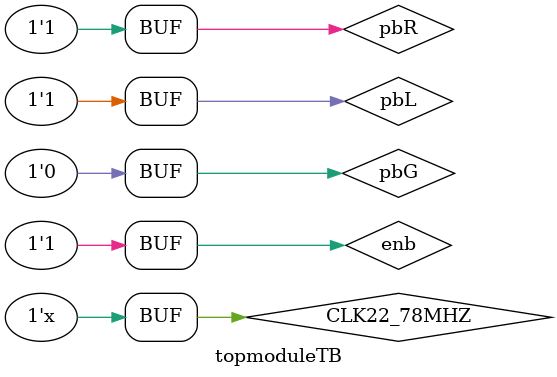
<source format=v>
`timescale 1ns / 1ps


module topmoduleTB;

	// Inputs
	reg CLK22_78MHZ = 0 ;
	reg pbR;
	reg pbL;
	reg pbG;
	reg enb;
	// Outputs
	wire [1:0] vgaRed;
	wire [1:0] vgaGreen;
	wire [1:0] vgaBlue;
	wire hSync;
	wire vSync;
	always begin
		#22;
		CLK22_78MHZ = ~CLK22_78MHZ;
	end
	// Instantiate the Unit Under Test (UUT)
	topModule uut (
		.CLK22_78MHZ(CLK22_78MHZ), 
		.pbR(pbR), 
		.pbL(pbL), 
		.pbG(pbG), 
		.vgaRed(vgaRed), 
		.vgaGreen(vgaGreen), 
		.vgaBlue(vgaBlue), 
		.hSync(hSync), 
		.vSync(vSync)
	);
	
	//clock #(.FREQ(22780))clkg(CLK22_78MHZ,enb);
	initial begin
		// Initialize Inputs
		enb = 0;
		#2;
		enb = 1;
		pbR = 1;
		pbL = 1;
		pbG = 1;

		// Wait 100 ns for global reset to finish
		#2;
      pbG = 0; 
		// Add stimulus here

	end
      
endmodule


</source>
